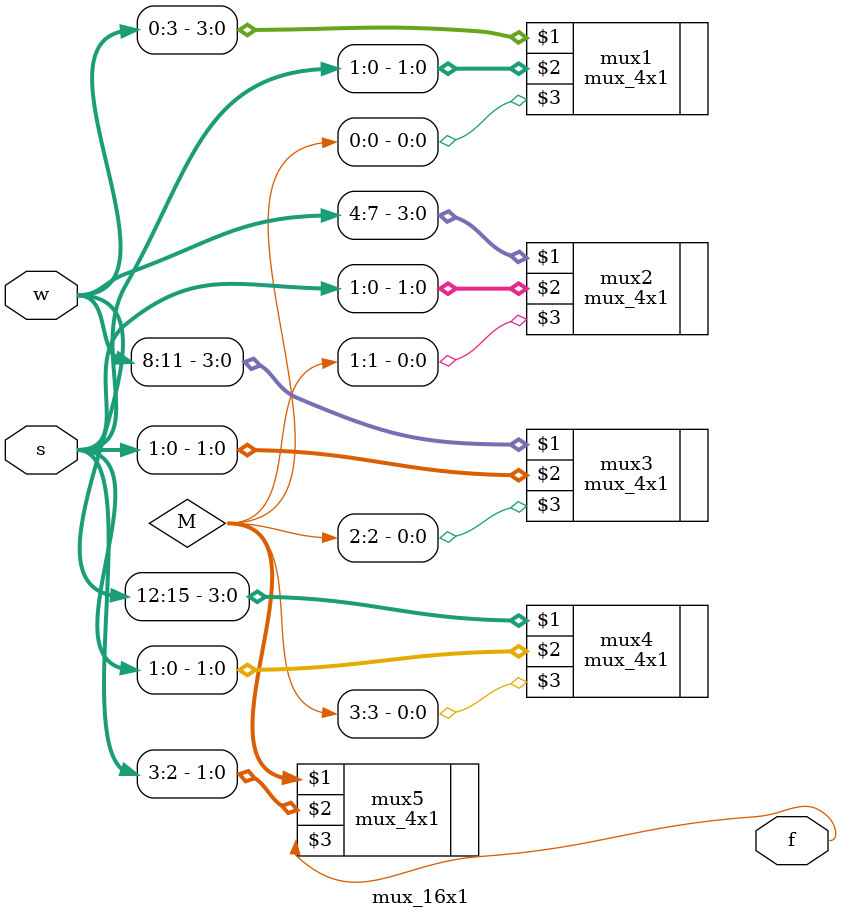
<source format=v>
`include "mux1.v"
module mux_16x1 (w,s,f);
input [0:15] w;
input [3:0] s;
output f;
wire [0:3] M;
mux_4x1 mux1(w[0:3],s[1:0],M[0]);
mux_4x1 mux2(w[4:7],s[1:0],M[1]);
mux_4x1 mux3(w[8:11],s[1:0],M[2]);
mux_4x1 mux4(w[12:15],s[1:0],M[3]);
mux_4x1 mux5(M[0:3],s[3:2],f);
endmodule

</source>
